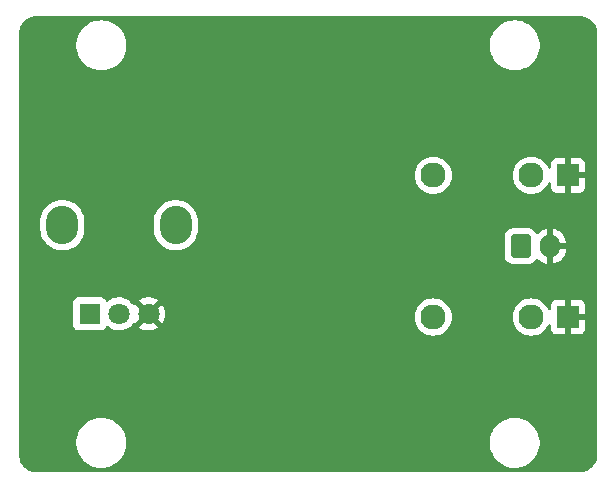
<source format=gbr>
%TF.GenerationSoftware,KiCad,Pcbnew,(6.0.8)*%
%TF.CreationDate,2022-10-28T15:06:34+02:00*%
%TF.ProjectId,eurorack_nvlp_1u,6575726f-7261-4636-9b5f-6e766c705f31,rev?*%
%TF.SameCoordinates,Original*%
%TF.FileFunction,Copper,L2,Bot*%
%TF.FilePolarity,Positive*%
%FSLAX46Y46*%
G04 Gerber Fmt 4.6, Leading zero omitted, Abs format (unit mm)*
G04 Created by KiCad (PCBNEW (6.0.8)) date 2022-10-28 15:06:34*
%MOMM*%
%LPD*%
G01*
G04 APERTURE LIST*
G04 Aperture macros list*
%AMRoundRect*
0 Rectangle with rounded corners*
0 $1 Rounding radius*
0 $2 $3 $4 $5 $6 $7 $8 $9 X,Y pos of 4 corners*
0 Add a 4 corners polygon primitive as box body*
4,1,4,$2,$3,$4,$5,$6,$7,$8,$9,$2,$3,0*
0 Add four circle primitives for the rounded corners*
1,1,$1+$1,$2,$3*
1,1,$1+$1,$4,$5*
1,1,$1+$1,$6,$7*
1,1,$1+$1,$8,$9*
0 Add four rect primitives between the rounded corners*
20,1,$1+$1,$2,$3,$4,$5,0*
20,1,$1+$1,$4,$5,$6,$7,0*
20,1,$1+$1,$6,$7,$8,$9,0*
20,1,$1+$1,$8,$9,$2,$3,0*%
G04 Aperture macros list end*
%TA.AperFunction,ComponentPad*%
%ADD10R,1.830000X1.930000*%
%TD*%
%TA.AperFunction,ComponentPad*%
%ADD11C,2.130000*%
%TD*%
%TA.AperFunction,ComponentPad*%
%ADD12O,2.720000X3.240000*%
%TD*%
%TA.AperFunction,ComponentPad*%
%ADD13R,1.800000X1.800000*%
%TD*%
%TA.AperFunction,ComponentPad*%
%ADD14C,1.800000*%
%TD*%
%TA.AperFunction,ComponentPad*%
%ADD15RoundRect,0.250000X-0.600000X-0.750000X0.600000X-0.750000X0.600000X0.750000X-0.600000X0.750000X0*%
%TD*%
%TA.AperFunction,ComponentPad*%
%ADD16O,1.700000X2.000000*%
%TD*%
%TA.AperFunction,ViaPad*%
%ADD17C,0.700000*%
%TD*%
G04 APERTURE END LIST*
D10*
%TO.P,J101,S*%
%TO.N,GND*%
X72400000Y-39400000D03*
D11*
%TO.P,J101,T*%
%TO.N,Net-(J101-PadT)*%
X61000000Y-39400000D03*
%TO.P,J101,TN*%
%TO.N,unconnected-(J101-PadTN)*%
X69300000Y-39400000D03*
%TD*%
D10*
%TO.P,J102,S*%
%TO.N,GND*%
X72400000Y-51400000D03*
D11*
%TO.P,J102,T*%
%TO.N,Net-(J102-PadT)*%
X61000000Y-51400000D03*
%TO.P,J102,TN*%
%TO.N,unconnected-(J102-PadTN)*%
X69300000Y-51400000D03*
%TD*%
D12*
%TO.P,RV101,*%
%TO.N,*%
X39200000Y-43625000D03*
X29600000Y-43625000D03*
D13*
%TO.P,RV101,1,1*%
%TO.N,+3.3VA*%
X31900000Y-51125000D03*
D14*
%TO.P,RV101,2,2*%
%TO.N,/POT_ENV*%
X34400000Y-51125000D03*
%TO.P,RV101,3,3*%
%TO.N,GND*%
X36900000Y-51125000D03*
%TD*%
D15*
%TO.P,J103,1,Pin_1*%
%TO.N,Net-(J103-Pad1)*%
X68400000Y-45400000D03*
D16*
%TO.P,J103,2,Pin_2*%
%TO.N,GND*%
X70900000Y-45400000D03*
%TD*%
D17*
%TO.N,GND*%
X46500000Y-41200000D03*
X39400000Y-28400000D03*
X45400000Y-35900000D03*
X52400000Y-38900000D03*
X59900000Y-36800000D03*
X60900000Y-60900000D03*
X55600000Y-55600000D03*
X49400000Y-32400000D03*
X43300000Y-31500000D03*
X57400000Y-52900000D03*
X42400000Y-48900000D03*
X48552980Y-62853752D03*
X33600000Y-49300000D03*
X55400000Y-52900000D03*
X61900000Y-28900000D03*
X57900000Y-38400000D03*
X54000000Y-36000000D03*
X55800000Y-49200000D03*
X53400000Y-50900000D03*
X57900000Y-32400000D03*
X44600000Y-39500000D03*
X48400000Y-35900000D03*
X36100000Y-40400000D03*
X56400000Y-35400000D03*
X48400000Y-26900000D03*
X44600000Y-56900000D03*
X55600000Y-41100000D03*
X43900000Y-48900000D03*
X56200000Y-45600000D03*
X29400000Y-33400000D03*
X28269205Y-56363576D03*
X61300000Y-53400000D03*
X51900000Y-53300000D03*
X42600000Y-33700000D03*
X40200000Y-41300000D03*
X58800000Y-42800000D03*
X61100000Y-49300000D03*
X37500000Y-45400000D03*
X58800000Y-51900000D03*
X54100000Y-32100000D03*
X40600000Y-35400000D03*
X38900000Y-59400000D03*
%TD*%
%TA.AperFunction,Conductor*%
%TO.N,GND*%
G36*
X73370018Y-25910000D02*
G01*
X73384851Y-25912310D01*
X73384855Y-25912310D01*
X73393724Y-25913691D01*
X73408981Y-25911696D01*
X73434302Y-25910953D01*
X73603285Y-25923039D01*
X73621064Y-25925596D01*
X73811392Y-25966999D01*
X73828641Y-25972063D01*
X74011150Y-26040136D01*
X74027502Y-26047604D01*
X74198458Y-26140952D01*
X74213582Y-26150672D01*
X74369514Y-26267402D01*
X74383100Y-26279175D01*
X74520825Y-26416900D01*
X74532598Y-26430486D01*
X74649328Y-26586418D01*
X74659048Y-26601542D01*
X74752396Y-26772498D01*
X74759864Y-26788850D01*
X74827937Y-26971359D01*
X74833001Y-26988607D01*
X74874404Y-27178936D01*
X74876962Y-27196721D01*
X74888540Y-27358601D01*
X74887793Y-27376565D01*
X74887692Y-27384845D01*
X74886309Y-27393724D01*
X74887474Y-27402630D01*
X74890436Y-27425283D01*
X74891500Y-27441621D01*
X74891500Y-63000633D01*
X74890000Y-63020018D01*
X74887690Y-63034851D01*
X74887690Y-63034855D01*
X74886309Y-63043724D01*
X74888136Y-63057693D01*
X74888304Y-63058976D01*
X74889047Y-63084305D01*
X74876962Y-63253279D01*
X74874404Y-63271064D01*
X74872986Y-63277586D01*
X74833001Y-63461392D01*
X74827937Y-63478641D01*
X74759864Y-63661150D01*
X74752396Y-63677502D01*
X74659048Y-63848458D01*
X74649328Y-63863582D01*
X74532598Y-64019514D01*
X74520825Y-64033100D01*
X74383100Y-64170825D01*
X74369514Y-64182598D01*
X74213582Y-64299328D01*
X74198458Y-64309048D01*
X74027502Y-64402396D01*
X74011150Y-64409864D01*
X73828641Y-64477937D01*
X73811393Y-64483001D01*
X73621064Y-64524404D01*
X73603285Y-64526961D01*
X73441395Y-64538540D01*
X73423435Y-64537793D01*
X73415155Y-64537692D01*
X73406276Y-64536309D01*
X73374714Y-64540436D01*
X73358379Y-64541500D01*
X27449367Y-64541500D01*
X27429982Y-64540000D01*
X27415149Y-64537690D01*
X27415145Y-64537690D01*
X27406276Y-64536309D01*
X27391019Y-64538304D01*
X27365698Y-64539047D01*
X27196715Y-64526961D01*
X27178936Y-64524404D01*
X26988607Y-64483001D01*
X26971359Y-64477937D01*
X26788850Y-64409864D01*
X26772498Y-64402396D01*
X26601542Y-64309048D01*
X26586418Y-64299328D01*
X26430486Y-64182598D01*
X26416900Y-64170825D01*
X26279175Y-64033100D01*
X26267402Y-64019514D01*
X26150672Y-63863582D01*
X26140952Y-63848458D01*
X26047604Y-63677502D01*
X26040136Y-63661150D01*
X25972063Y-63478641D01*
X25966999Y-63461392D01*
X25927014Y-63277586D01*
X25925596Y-63271064D01*
X25923038Y-63253278D01*
X25911719Y-63095012D01*
X25912805Y-63072245D01*
X25912334Y-63072203D01*
X25912770Y-63067345D01*
X25913576Y-63062552D01*
X25913729Y-63050000D01*
X25909773Y-63022376D01*
X25908500Y-63004514D01*
X25908500Y-62182703D01*
X30790743Y-62182703D01*
X30828268Y-62467734D01*
X30904129Y-62745036D01*
X30905813Y-62748984D01*
X31014807Y-63004514D01*
X31016923Y-63009476D01*
X31164561Y-63256161D01*
X31344313Y-63480528D01*
X31552851Y-63678423D01*
X31786317Y-63846186D01*
X31790112Y-63848195D01*
X31790113Y-63848196D01*
X31811869Y-63859715D01*
X32040392Y-63980712D01*
X32310373Y-64079511D01*
X32591264Y-64140755D01*
X32619841Y-64143004D01*
X32814282Y-64158307D01*
X32814291Y-64158307D01*
X32816739Y-64158500D01*
X32972271Y-64158500D01*
X32974407Y-64158354D01*
X32974418Y-64158354D01*
X33182548Y-64144165D01*
X33182554Y-64144164D01*
X33186825Y-64143873D01*
X33191020Y-64143004D01*
X33191022Y-64143004D01*
X33327584Y-64114723D01*
X33468342Y-64085574D01*
X33739343Y-63989607D01*
X33994812Y-63857750D01*
X33998313Y-63855289D01*
X33998317Y-63855287D01*
X34112417Y-63775096D01*
X34230023Y-63692441D01*
X34440622Y-63496740D01*
X34622713Y-63274268D01*
X34772927Y-63029142D01*
X34888483Y-62765898D01*
X34967244Y-62489406D01*
X35007751Y-62204784D01*
X35007845Y-62186951D01*
X35007867Y-62182703D01*
X65790743Y-62182703D01*
X65828268Y-62467734D01*
X65904129Y-62745036D01*
X65905813Y-62748984D01*
X66014807Y-63004514D01*
X66016923Y-63009476D01*
X66164561Y-63256161D01*
X66344313Y-63480528D01*
X66552851Y-63678423D01*
X66786317Y-63846186D01*
X66790112Y-63848195D01*
X66790113Y-63848196D01*
X66811869Y-63859715D01*
X67040392Y-63980712D01*
X67310373Y-64079511D01*
X67591264Y-64140755D01*
X67619841Y-64143004D01*
X67814282Y-64158307D01*
X67814291Y-64158307D01*
X67816739Y-64158500D01*
X67972271Y-64158500D01*
X67974407Y-64158354D01*
X67974418Y-64158354D01*
X68182548Y-64144165D01*
X68182554Y-64144164D01*
X68186825Y-64143873D01*
X68191020Y-64143004D01*
X68191022Y-64143004D01*
X68327584Y-64114723D01*
X68468342Y-64085574D01*
X68739343Y-63989607D01*
X68994812Y-63857750D01*
X68998313Y-63855289D01*
X68998317Y-63855287D01*
X69112417Y-63775096D01*
X69230023Y-63692441D01*
X69440622Y-63496740D01*
X69622713Y-63274268D01*
X69772927Y-63029142D01*
X69888483Y-62765898D01*
X69967244Y-62489406D01*
X70007751Y-62204784D01*
X70007845Y-62186951D01*
X70009235Y-61921583D01*
X70009235Y-61921576D01*
X70009257Y-61917297D01*
X69971732Y-61632266D01*
X69895871Y-61354964D01*
X69783077Y-61090524D01*
X69635439Y-60843839D01*
X69455687Y-60619472D01*
X69247149Y-60421577D01*
X69013683Y-60253814D01*
X68991843Y-60242250D01*
X68968654Y-60229972D01*
X68759608Y-60119288D01*
X68489627Y-60020489D01*
X68208736Y-59959245D01*
X68177685Y-59956801D01*
X67985718Y-59941693D01*
X67985709Y-59941693D01*
X67983261Y-59941500D01*
X67827729Y-59941500D01*
X67825593Y-59941646D01*
X67825582Y-59941646D01*
X67617452Y-59955835D01*
X67617446Y-59955836D01*
X67613175Y-59956127D01*
X67608980Y-59956996D01*
X67608978Y-59956996D01*
X67472416Y-59985277D01*
X67331658Y-60014426D01*
X67060657Y-60110393D01*
X66805188Y-60242250D01*
X66801687Y-60244711D01*
X66801683Y-60244713D01*
X66791594Y-60251804D01*
X66569977Y-60407559D01*
X66359378Y-60603260D01*
X66177287Y-60825732D01*
X66027073Y-61070858D01*
X65911517Y-61334102D01*
X65832756Y-61610594D01*
X65792249Y-61895216D01*
X65792227Y-61899505D01*
X65792226Y-61899512D01*
X65790765Y-62178417D01*
X65790743Y-62182703D01*
X35007867Y-62182703D01*
X35009235Y-61921583D01*
X35009235Y-61921576D01*
X35009257Y-61917297D01*
X34971732Y-61632266D01*
X34895871Y-61354964D01*
X34783077Y-61090524D01*
X34635439Y-60843839D01*
X34455687Y-60619472D01*
X34247149Y-60421577D01*
X34013683Y-60253814D01*
X33991843Y-60242250D01*
X33968654Y-60229972D01*
X33759608Y-60119288D01*
X33489627Y-60020489D01*
X33208736Y-59959245D01*
X33177685Y-59956801D01*
X32985718Y-59941693D01*
X32985709Y-59941693D01*
X32983261Y-59941500D01*
X32827729Y-59941500D01*
X32825593Y-59941646D01*
X32825582Y-59941646D01*
X32617452Y-59955835D01*
X32617446Y-59955836D01*
X32613175Y-59956127D01*
X32608980Y-59956996D01*
X32608978Y-59956996D01*
X32472416Y-59985277D01*
X32331658Y-60014426D01*
X32060657Y-60110393D01*
X31805188Y-60242250D01*
X31801687Y-60244711D01*
X31801683Y-60244713D01*
X31791594Y-60251804D01*
X31569977Y-60407559D01*
X31359378Y-60603260D01*
X31177287Y-60825732D01*
X31027073Y-61070858D01*
X30911517Y-61334102D01*
X30832756Y-61610594D01*
X30792249Y-61895216D01*
X30792227Y-61899505D01*
X30792226Y-61899512D01*
X30790765Y-62178417D01*
X30790743Y-62182703D01*
X25908500Y-62182703D01*
X25908500Y-52073134D01*
X30491500Y-52073134D01*
X30498255Y-52135316D01*
X30549385Y-52271705D01*
X30636739Y-52388261D01*
X30753295Y-52475615D01*
X30889684Y-52526745D01*
X30951866Y-52533500D01*
X32848134Y-52533500D01*
X32910316Y-52526745D01*
X33046705Y-52475615D01*
X33163261Y-52388261D01*
X33250615Y-52271705D01*
X33265686Y-52231504D01*
X33308328Y-52174739D01*
X33374890Y-52150040D01*
X33444239Y-52165248D01*
X33464150Y-52178788D01*
X33589349Y-52282730D01*
X33789322Y-52399584D01*
X33794147Y-52401426D01*
X33794148Y-52401427D01*
X33833584Y-52416486D01*
X34005694Y-52482209D01*
X34010760Y-52483240D01*
X34010761Y-52483240D01*
X34063846Y-52494040D01*
X34232656Y-52528385D01*
X34362089Y-52533131D01*
X34458949Y-52536683D01*
X34458953Y-52536683D01*
X34464113Y-52536872D01*
X34469233Y-52536216D01*
X34469235Y-52536216D01*
X34543166Y-52526745D01*
X34693847Y-52507442D01*
X34698795Y-52505957D01*
X34698802Y-52505956D01*
X34910747Y-52442369D01*
X34915690Y-52440886D01*
X34997161Y-52400974D01*
X35119049Y-52341262D01*
X35119052Y-52341260D01*
X35123684Y-52338991D01*
X35197406Y-52286406D01*
X36103423Y-52286406D01*
X36108704Y-52293461D01*
X36285080Y-52396527D01*
X36294363Y-52400974D01*
X36501003Y-52479883D01*
X36510901Y-52482759D01*
X36727653Y-52526857D01*
X36737883Y-52528076D01*
X36958914Y-52536182D01*
X36969223Y-52535714D01*
X37188623Y-52507608D01*
X37198688Y-52505468D01*
X37410557Y-52441905D01*
X37420152Y-52438144D01*
X37618778Y-52340838D01*
X37627636Y-52335559D01*
X37685097Y-52294572D01*
X37693497Y-52283874D01*
X37686510Y-52270721D01*
X36912811Y-51497021D01*
X36898868Y-51489408D01*
X36897034Y-51489539D01*
X36890420Y-51493790D01*
X36110180Y-52274031D01*
X36103423Y-52286406D01*
X35197406Y-52286406D01*
X35312243Y-52204494D01*
X35476303Y-52041005D01*
X35550714Y-51937451D01*
X35606709Y-51893803D01*
X35677412Y-51887357D01*
X35737572Y-51917543D01*
X35740555Y-51920242D01*
X35749330Y-51916459D01*
X36527979Y-51137811D01*
X36534356Y-51126132D01*
X37264408Y-51126132D01*
X37264539Y-51127966D01*
X37268790Y-51134580D01*
X38046307Y-51912096D01*
X38058313Y-51918652D01*
X38070052Y-51909684D01*
X38108010Y-51856859D01*
X38113321Y-51848020D01*
X38211318Y-51649737D01*
X38215117Y-51640142D01*
X38279415Y-51428517D01*
X38281594Y-51418436D01*
X38284021Y-51400000D01*
X59421634Y-51400000D01*
X59441066Y-51646911D01*
X59442220Y-51651718D01*
X59442221Y-51651724D01*
X59447117Y-51672115D01*
X59498885Y-51887742D01*
X59500778Y-51892313D01*
X59500779Y-51892315D01*
X59574262Y-52069717D01*
X59593666Y-52116563D01*
X59723075Y-52327740D01*
X59820978Y-52442369D01*
X59877117Y-52508099D01*
X59883927Y-52516073D01*
X60072260Y-52676925D01*
X60283437Y-52806334D01*
X60288007Y-52808227D01*
X60288011Y-52808229D01*
X60507685Y-52899221D01*
X60512258Y-52901115D01*
X60597170Y-52921501D01*
X60748276Y-52957779D01*
X60748282Y-52957780D01*
X60753089Y-52958934D01*
X61000000Y-52978366D01*
X61246911Y-52958934D01*
X61251718Y-52957780D01*
X61251724Y-52957779D01*
X61402830Y-52921501D01*
X61487742Y-52901115D01*
X61492315Y-52899221D01*
X61711989Y-52808229D01*
X61711993Y-52808227D01*
X61716563Y-52806334D01*
X61927740Y-52676925D01*
X62116073Y-52516073D01*
X62122884Y-52508099D01*
X62179022Y-52442369D01*
X62276925Y-52327740D01*
X62406334Y-52116563D01*
X62425739Y-52069717D01*
X62499221Y-51892315D01*
X62499222Y-51892313D01*
X62501115Y-51887742D01*
X62552883Y-51672115D01*
X62557779Y-51651724D01*
X62557780Y-51651718D01*
X62558934Y-51646911D01*
X62578366Y-51400000D01*
X67721634Y-51400000D01*
X67741066Y-51646911D01*
X67742220Y-51651718D01*
X67742221Y-51651724D01*
X67747117Y-51672115D01*
X67798885Y-51887742D01*
X67800778Y-51892313D01*
X67800779Y-51892315D01*
X67874262Y-52069717D01*
X67893666Y-52116563D01*
X68023075Y-52327740D01*
X68120978Y-52442369D01*
X68177117Y-52508099D01*
X68183927Y-52516073D01*
X68372260Y-52676925D01*
X68583437Y-52806334D01*
X68588007Y-52808227D01*
X68588011Y-52808229D01*
X68807685Y-52899221D01*
X68812258Y-52901115D01*
X68897170Y-52921501D01*
X69048276Y-52957779D01*
X69048282Y-52957780D01*
X69053089Y-52958934D01*
X69300000Y-52978366D01*
X69546911Y-52958934D01*
X69551718Y-52957780D01*
X69551724Y-52957779D01*
X69702830Y-52921501D01*
X69787742Y-52901115D01*
X69792315Y-52899221D01*
X70011989Y-52808229D01*
X70011993Y-52808227D01*
X70016563Y-52806334D01*
X70227740Y-52676925D01*
X70416073Y-52516073D01*
X70422884Y-52508099D01*
X70479022Y-52442369D01*
X70576925Y-52327740D01*
X70706334Y-52116563D01*
X70734592Y-52048342D01*
X70779141Y-51993062D01*
X70846504Y-51970641D01*
X70915295Y-51988199D01*
X70963674Y-52040162D01*
X70977001Y-52096561D01*
X70977001Y-52409669D01*
X70977371Y-52416490D01*
X70982895Y-52467352D01*
X70986521Y-52482604D01*
X71031676Y-52603054D01*
X71040214Y-52618649D01*
X71116715Y-52720724D01*
X71129276Y-52733285D01*
X71231351Y-52809786D01*
X71246946Y-52818324D01*
X71367394Y-52863478D01*
X71382649Y-52867105D01*
X71433514Y-52872631D01*
X71440328Y-52873000D01*
X72127885Y-52873000D01*
X72143124Y-52868525D01*
X72144329Y-52867135D01*
X72146000Y-52859452D01*
X72146000Y-52854884D01*
X72654000Y-52854884D01*
X72658475Y-52870123D01*
X72659865Y-52871328D01*
X72667548Y-52872999D01*
X73359669Y-52872999D01*
X73366490Y-52872629D01*
X73417352Y-52867105D01*
X73432604Y-52863479D01*
X73553054Y-52818324D01*
X73568649Y-52809786D01*
X73670724Y-52733285D01*
X73683285Y-52720724D01*
X73759786Y-52618649D01*
X73768324Y-52603054D01*
X73813478Y-52482606D01*
X73817105Y-52467351D01*
X73822631Y-52416486D01*
X73823000Y-52409672D01*
X73823000Y-51672115D01*
X73818525Y-51656876D01*
X73817135Y-51655671D01*
X73809452Y-51654000D01*
X72672115Y-51654000D01*
X72656876Y-51658475D01*
X72655671Y-51659865D01*
X72654000Y-51667548D01*
X72654000Y-52854884D01*
X72146000Y-52854884D01*
X72146000Y-51127885D01*
X72654000Y-51127885D01*
X72658475Y-51143124D01*
X72659865Y-51144329D01*
X72667548Y-51146000D01*
X73804884Y-51146000D01*
X73820123Y-51141525D01*
X73821328Y-51140135D01*
X73822999Y-51132452D01*
X73822999Y-50390331D01*
X73822629Y-50383510D01*
X73817105Y-50332648D01*
X73813479Y-50317396D01*
X73768324Y-50196946D01*
X73759786Y-50181351D01*
X73683285Y-50079276D01*
X73670724Y-50066715D01*
X73568649Y-49990214D01*
X73553054Y-49981676D01*
X73432606Y-49936522D01*
X73417351Y-49932895D01*
X73366486Y-49927369D01*
X73359672Y-49927000D01*
X72672115Y-49927000D01*
X72656876Y-49931475D01*
X72655671Y-49932865D01*
X72654000Y-49940548D01*
X72654000Y-51127885D01*
X72146000Y-51127885D01*
X72146000Y-49945116D01*
X72141525Y-49929877D01*
X72140135Y-49928672D01*
X72132452Y-49927001D01*
X71440331Y-49927001D01*
X71433510Y-49927371D01*
X71382648Y-49932895D01*
X71367396Y-49936521D01*
X71246946Y-49981676D01*
X71231351Y-49990214D01*
X71129276Y-50066715D01*
X71116715Y-50079276D01*
X71040214Y-50181351D01*
X71031676Y-50196946D01*
X70986522Y-50317394D01*
X70982895Y-50332649D01*
X70977369Y-50383514D01*
X70977000Y-50390328D01*
X70977000Y-50703438D01*
X70956998Y-50771559D01*
X70903342Y-50818052D01*
X70833068Y-50828156D01*
X70768488Y-50798662D01*
X70734591Y-50751656D01*
X70708229Y-50688011D01*
X70708227Y-50688007D01*
X70706334Y-50683437D01*
X70576925Y-50472260D01*
X70416073Y-50283927D01*
X70227740Y-50123075D01*
X70016563Y-49993666D01*
X70011993Y-49991773D01*
X70011989Y-49991771D01*
X69792315Y-49900779D01*
X69792313Y-49900778D01*
X69787742Y-49898885D01*
X69662926Y-49868919D01*
X69551724Y-49842221D01*
X69551718Y-49842220D01*
X69546911Y-49841066D01*
X69300000Y-49821634D01*
X69053089Y-49841066D01*
X69048282Y-49842220D01*
X69048276Y-49842221D01*
X68937074Y-49868919D01*
X68812258Y-49898885D01*
X68807687Y-49900778D01*
X68807685Y-49900779D01*
X68588011Y-49991771D01*
X68588007Y-49991773D01*
X68583437Y-49993666D01*
X68372260Y-50123075D01*
X68183927Y-50283927D01*
X68023075Y-50472260D01*
X67893666Y-50683437D01*
X67891773Y-50688007D01*
X67891771Y-50688011D01*
X67804211Y-50899400D01*
X67798885Y-50912258D01*
X67797730Y-50917070D01*
X67742221Y-51148276D01*
X67742220Y-51148282D01*
X67741066Y-51153089D01*
X67721634Y-51400000D01*
X62578366Y-51400000D01*
X62558934Y-51153089D01*
X62557780Y-51148282D01*
X62557779Y-51148276D01*
X62502270Y-50917070D01*
X62501115Y-50912258D01*
X62495789Y-50899400D01*
X62408229Y-50688011D01*
X62408227Y-50688007D01*
X62406334Y-50683437D01*
X62276925Y-50472260D01*
X62116073Y-50283927D01*
X61927740Y-50123075D01*
X61716563Y-49993666D01*
X61711993Y-49991773D01*
X61711989Y-49991771D01*
X61492315Y-49900779D01*
X61492313Y-49900778D01*
X61487742Y-49898885D01*
X61362926Y-49868919D01*
X61251724Y-49842221D01*
X61251718Y-49842220D01*
X61246911Y-49841066D01*
X61000000Y-49821634D01*
X60753089Y-49841066D01*
X60748282Y-49842220D01*
X60748276Y-49842221D01*
X60637074Y-49868919D01*
X60512258Y-49898885D01*
X60507687Y-49900778D01*
X60507685Y-49900779D01*
X60288011Y-49991771D01*
X60288007Y-49991773D01*
X60283437Y-49993666D01*
X60072260Y-50123075D01*
X59883927Y-50283927D01*
X59723075Y-50472260D01*
X59593666Y-50683437D01*
X59591773Y-50688007D01*
X59591771Y-50688011D01*
X59504211Y-50899400D01*
X59498885Y-50912258D01*
X59497730Y-50917070D01*
X59442221Y-51148276D01*
X59442220Y-51148282D01*
X59441066Y-51153089D01*
X59421634Y-51400000D01*
X38284021Y-51400000D01*
X38310702Y-51197338D01*
X38311221Y-51190663D01*
X38312744Y-51128364D01*
X38312550Y-51121646D01*
X38294279Y-50899400D01*
X38292596Y-50889238D01*
X38238710Y-50674708D01*
X38235389Y-50664953D01*
X38147193Y-50462118D01*
X38142315Y-50453020D01*
X38069224Y-50340038D01*
X38058538Y-50330835D01*
X38048973Y-50335238D01*
X37272021Y-51112189D01*
X37264408Y-51126132D01*
X36534356Y-51126132D01*
X36535592Y-51123868D01*
X36535461Y-51122034D01*
X36531210Y-51115420D01*
X35753862Y-50338073D01*
X35742331Y-50331776D01*
X35732877Y-50339183D01*
X35666918Y-50365450D01*
X35597229Y-50351887D01*
X35549377Y-50308440D01*
X35522571Y-50267004D01*
X35519764Y-50262665D01*
X35363887Y-50091358D01*
X35359836Y-50088159D01*
X35359832Y-50088155D01*
X35204790Y-49965711D01*
X36105508Y-49965711D01*
X36112251Y-49978040D01*
X36887189Y-50752979D01*
X36901132Y-50760592D01*
X36902966Y-50760461D01*
X36909580Y-50756210D01*
X37688994Y-49976795D01*
X37696011Y-49963944D01*
X37688237Y-49953274D01*
X37685902Y-49951430D01*
X37677320Y-49945729D01*
X37483678Y-49838833D01*
X37474272Y-49834606D01*
X37265772Y-49760772D01*
X37255809Y-49758140D01*
X37038047Y-49719350D01*
X37027796Y-49718381D01*
X36806616Y-49715679D01*
X36796332Y-49716399D01*
X36577693Y-49749855D01*
X36567666Y-49752244D01*
X36357426Y-49820961D01*
X36347916Y-49824958D01*
X36151725Y-49927089D01*
X36143007Y-49932578D01*
X36113961Y-49954386D01*
X36105508Y-49965711D01*
X35204790Y-49965711D01*
X35186177Y-49951011D01*
X35186172Y-49951008D01*
X35182123Y-49947810D01*
X35177607Y-49945317D01*
X35177604Y-49945315D01*
X34983879Y-49838373D01*
X34983875Y-49838371D01*
X34979355Y-49835876D01*
X34974486Y-49834152D01*
X34974482Y-49834150D01*
X34765903Y-49760288D01*
X34765899Y-49760287D01*
X34761028Y-49758562D01*
X34755935Y-49757655D01*
X34755932Y-49757654D01*
X34538095Y-49718851D01*
X34538089Y-49718850D01*
X34533006Y-49717945D01*
X34460096Y-49717054D01*
X34306581Y-49715179D01*
X34306579Y-49715179D01*
X34301411Y-49715116D01*
X34072464Y-49750150D01*
X33852314Y-49822106D01*
X33847726Y-49824494D01*
X33847722Y-49824496D01*
X33707041Y-49897730D01*
X33646872Y-49929052D01*
X33642739Y-49932155D01*
X33642736Y-49932157D01*
X33461655Y-50068117D01*
X33460976Y-50067213D01*
X33401730Y-50095131D01*
X33331341Y-50085869D01*
X33277132Y-50040022D01*
X33264325Y-50014866D01*
X33253768Y-49986705D01*
X33253767Y-49986703D01*
X33250615Y-49978295D01*
X33163261Y-49861739D01*
X33046705Y-49774385D01*
X32910316Y-49723255D01*
X32848134Y-49716500D01*
X30951866Y-49716500D01*
X30889684Y-49723255D01*
X30753295Y-49774385D01*
X30636739Y-49861739D01*
X30549385Y-49978295D01*
X30498255Y-50114684D01*
X30491500Y-50176866D01*
X30491500Y-52073134D01*
X25908500Y-52073134D01*
X25908500Y-46200400D01*
X67041500Y-46200400D01*
X67052474Y-46306166D01*
X67108450Y-46473946D01*
X67201522Y-46624348D01*
X67326697Y-46749305D01*
X67332927Y-46753145D01*
X67332928Y-46753146D01*
X67470090Y-46837694D01*
X67477262Y-46842115D01*
X67520701Y-46856523D01*
X67638611Y-46895632D01*
X67638613Y-46895632D01*
X67645139Y-46897797D01*
X67651975Y-46898497D01*
X67651978Y-46898498D01*
X67695031Y-46902909D01*
X67749600Y-46908500D01*
X69050400Y-46908500D01*
X69053646Y-46908163D01*
X69053650Y-46908163D01*
X69149308Y-46898238D01*
X69149312Y-46898237D01*
X69156166Y-46897526D01*
X69162702Y-46895345D01*
X69162704Y-46895345D01*
X69294806Y-46851272D01*
X69323946Y-46841550D01*
X69474348Y-46748478D01*
X69599305Y-46623303D01*
X69689353Y-46477220D01*
X69742124Y-46429727D01*
X69812196Y-46418303D01*
X69877320Y-46446577D01*
X69887782Y-46456364D01*
X69993234Y-46566906D01*
X70001186Y-46573941D01*
X70177525Y-46705141D01*
X70186562Y-46710745D01*
X70382484Y-46810357D01*
X70392335Y-46814357D01*
X70602240Y-46879534D01*
X70612624Y-46881817D01*
X70628043Y-46883861D01*
X70642207Y-46881665D01*
X70646000Y-46868478D01*
X70646000Y-46866192D01*
X71154000Y-46866192D01*
X71157973Y-46879723D01*
X71168580Y-46881248D01*
X71286421Y-46856523D01*
X71296617Y-46853463D01*
X71501029Y-46772737D01*
X71510561Y-46768006D01*
X71698462Y-46653984D01*
X71707052Y-46647720D01*
X71873052Y-46503673D01*
X71880472Y-46496042D01*
X72019826Y-46326089D01*
X72025850Y-46317322D01*
X72134576Y-46126318D01*
X72139041Y-46116654D01*
X72214031Y-45910059D01*
X72216802Y-45899792D01*
X72256123Y-45682345D01*
X72257056Y-45674116D01*
X72257268Y-45669624D01*
X72253525Y-45656876D01*
X72252135Y-45655671D01*
X72244452Y-45654000D01*
X71172115Y-45654000D01*
X71156876Y-45658475D01*
X71155671Y-45659865D01*
X71154000Y-45667548D01*
X71154000Y-46866192D01*
X70646000Y-46866192D01*
X70646000Y-45127885D01*
X71154000Y-45127885D01*
X71158475Y-45143124D01*
X71159865Y-45144329D01*
X71167548Y-45146000D01*
X72235970Y-45146000D01*
X72250648Y-45141690D01*
X72252711Y-45129807D01*
X72243876Y-45025675D01*
X72242086Y-45015203D01*
X72186870Y-44802465D01*
X72183335Y-44792425D01*
X72093063Y-44592030D01*
X72087894Y-44582744D01*
X71965150Y-44400425D01*
X71958481Y-44392130D01*
X71806772Y-44233100D01*
X71798814Y-44226059D01*
X71622475Y-44094859D01*
X71613438Y-44089255D01*
X71417516Y-43989643D01*
X71407665Y-43985643D01*
X71197760Y-43920466D01*
X71187376Y-43918183D01*
X71171957Y-43916139D01*
X71157793Y-43918335D01*
X71154000Y-43931522D01*
X71154000Y-45127885D01*
X70646000Y-45127885D01*
X70646000Y-43933808D01*
X70642027Y-43920277D01*
X70631420Y-43918752D01*
X70513579Y-43943477D01*
X70503383Y-43946537D01*
X70298971Y-44027263D01*
X70289439Y-44031994D01*
X70101538Y-44146016D01*
X70092948Y-44152280D01*
X69926948Y-44296327D01*
X69919530Y-44303956D01*
X69893609Y-44335569D01*
X69834949Y-44375564D01*
X69763979Y-44377496D01*
X69703230Y-44340752D01*
X69689030Y-44321982D01*
X69602332Y-44181880D01*
X69598478Y-44175652D01*
X69473303Y-44050695D01*
X69442965Y-44031994D01*
X69328968Y-43961725D01*
X69328966Y-43961724D01*
X69322738Y-43957885D01*
X69203498Y-43918335D01*
X69161389Y-43904368D01*
X69161387Y-43904368D01*
X69154861Y-43902203D01*
X69148025Y-43901503D01*
X69148022Y-43901502D01*
X69104969Y-43897091D01*
X69050400Y-43891500D01*
X67749600Y-43891500D01*
X67746354Y-43891837D01*
X67746350Y-43891837D01*
X67650692Y-43901762D01*
X67650688Y-43901763D01*
X67643834Y-43902474D01*
X67637298Y-43904655D01*
X67637296Y-43904655D01*
X67505194Y-43948728D01*
X67476054Y-43958450D01*
X67325652Y-44051522D01*
X67200695Y-44176697D01*
X67196855Y-44182927D01*
X67196854Y-44182928D01*
X67126954Y-44296327D01*
X67107885Y-44327262D01*
X67052203Y-44495139D01*
X67041500Y-44599600D01*
X67041500Y-46200400D01*
X25908500Y-46200400D01*
X25908500Y-43953884D01*
X27731500Y-43953884D01*
X27731665Y-43956152D01*
X27731665Y-43956164D01*
X27738305Y-44047668D01*
X27746125Y-44155451D01*
X27747109Y-44159906D01*
X27747109Y-44159909D01*
X27795149Y-44377496D01*
X27804585Y-44420237D01*
X27900655Y-44673810D01*
X28032324Y-44910859D01*
X28196833Y-45126417D01*
X28200099Y-45129610D01*
X28200101Y-45129612D01*
X28212456Y-45141690D01*
X28390736Y-45315970D01*
X28609972Y-45475547D01*
X28849947Y-45601804D01*
X28854248Y-45603323D01*
X28854253Y-45603325D01*
X28987087Y-45650233D01*
X29105634Y-45692096D01*
X29203653Y-45711415D01*
X29367206Y-45743652D01*
X29367212Y-45743653D01*
X29371678Y-45744533D01*
X29376232Y-45744760D01*
X29376234Y-45744760D01*
X29637936Y-45757789D01*
X29637942Y-45757789D01*
X29642505Y-45758016D01*
X29912441Y-45732262D01*
X29916870Y-45731178D01*
X29916877Y-45731177D01*
X30076584Y-45692096D01*
X30175832Y-45667810D01*
X30195448Y-45659865D01*
X30422931Y-45567725D01*
X30422932Y-45567725D01*
X30427160Y-45566012D01*
X30661161Y-45428999D01*
X30872932Y-45259641D01*
X30996012Y-45127885D01*
X31054921Y-45064824D01*
X31054923Y-45064821D01*
X31058037Y-45061488D01*
X31212598Y-44838688D01*
X31294624Y-44673810D01*
X31331346Y-44599997D01*
X31331347Y-44599994D01*
X31333379Y-44595910D01*
X31417847Y-44338240D01*
X31445896Y-44176697D01*
X31463579Y-44074856D01*
X31463580Y-44074848D01*
X31464235Y-44071075D01*
X31465441Y-44046854D01*
X31468422Y-43986971D01*
X31468422Y-43986963D01*
X31468500Y-43985400D01*
X31468500Y-43953884D01*
X37331500Y-43953884D01*
X37331665Y-43956152D01*
X37331665Y-43956164D01*
X37338305Y-44047668D01*
X37346125Y-44155451D01*
X37347109Y-44159906D01*
X37347109Y-44159909D01*
X37395149Y-44377496D01*
X37404585Y-44420237D01*
X37500655Y-44673810D01*
X37632324Y-44910859D01*
X37796833Y-45126417D01*
X37800099Y-45129610D01*
X37800101Y-45129612D01*
X37812456Y-45141690D01*
X37990736Y-45315970D01*
X38209972Y-45475547D01*
X38449947Y-45601804D01*
X38454248Y-45603323D01*
X38454253Y-45603325D01*
X38587087Y-45650233D01*
X38705634Y-45692096D01*
X38803653Y-45711415D01*
X38967206Y-45743652D01*
X38967212Y-45743653D01*
X38971678Y-45744533D01*
X38976232Y-45744760D01*
X38976234Y-45744760D01*
X39237936Y-45757789D01*
X39237942Y-45757789D01*
X39242505Y-45758016D01*
X39512441Y-45732262D01*
X39516870Y-45731178D01*
X39516877Y-45731177D01*
X39676584Y-45692096D01*
X39775832Y-45667810D01*
X39795448Y-45659865D01*
X40022931Y-45567725D01*
X40022932Y-45567725D01*
X40027160Y-45566012D01*
X40261161Y-45428999D01*
X40472932Y-45259641D01*
X40596012Y-45127885D01*
X40654921Y-45064824D01*
X40654923Y-45064821D01*
X40658037Y-45061488D01*
X40812598Y-44838688D01*
X40894624Y-44673810D01*
X40931346Y-44599997D01*
X40931347Y-44599994D01*
X40933379Y-44595910D01*
X41017847Y-44338240D01*
X41045896Y-44176697D01*
X41063579Y-44074856D01*
X41063580Y-44074848D01*
X41064235Y-44071075D01*
X41065441Y-44046854D01*
X41068422Y-43986971D01*
X41068422Y-43986963D01*
X41068500Y-43985400D01*
X41068500Y-43296116D01*
X41066328Y-43266170D01*
X41054205Y-43099100D01*
X41053875Y-43094549D01*
X41052891Y-43090091D01*
X40996400Y-42834223D01*
X40996399Y-42834219D01*
X40995415Y-42829763D01*
X40899345Y-42576190D01*
X40767676Y-42339141D01*
X40603167Y-42123583D01*
X40409264Y-41934030D01*
X40190028Y-41774453D01*
X39950053Y-41648196D01*
X39945752Y-41646677D01*
X39945747Y-41646675D01*
X39767998Y-41583906D01*
X39694366Y-41557904D01*
X39596347Y-41538585D01*
X39432794Y-41506348D01*
X39432788Y-41506347D01*
X39428322Y-41505467D01*
X39423768Y-41505240D01*
X39423766Y-41505240D01*
X39162064Y-41492211D01*
X39162058Y-41492211D01*
X39157495Y-41491984D01*
X38887559Y-41517738D01*
X38883130Y-41518822D01*
X38883123Y-41518823D01*
X38753069Y-41550648D01*
X38624168Y-41582190D01*
X38619933Y-41583905D01*
X38619931Y-41583906D01*
X38377069Y-41682275D01*
X38372840Y-41683988D01*
X38138839Y-41821001D01*
X37927068Y-41990359D01*
X37923947Y-41993700D01*
X37799224Y-42127215D01*
X37741963Y-42188512D01*
X37587402Y-42411312D01*
X37585374Y-42415388D01*
X37585373Y-42415390D01*
X37503252Y-42580460D01*
X37466621Y-42654090D01*
X37382153Y-42911760D01*
X37335765Y-43178925D01*
X37331500Y-43264600D01*
X37331500Y-43953884D01*
X31468500Y-43953884D01*
X31468500Y-43296116D01*
X31466328Y-43266170D01*
X31454205Y-43099100D01*
X31453875Y-43094549D01*
X31452891Y-43090091D01*
X31396400Y-42834223D01*
X31396399Y-42834219D01*
X31395415Y-42829763D01*
X31299345Y-42576190D01*
X31167676Y-42339141D01*
X31003167Y-42123583D01*
X30809264Y-41934030D01*
X30590028Y-41774453D01*
X30350053Y-41648196D01*
X30345752Y-41646677D01*
X30345747Y-41646675D01*
X30167998Y-41583906D01*
X30094366Y-41557904D01*
X29996347Y-41538585D01*
X29832794Y-41506348D01*
X29832788Y-41506347D01*
X29828322Y-41505467D01*
X29823768Y-41505240D01*
X29823766Y-41505240D01*
X29562064Y-41492211D01*
X29562058Y-41492211D01*
X29557495Y-41491984D01*
X29287559Y-41517738D01*
X29283130Y-41518822D01*
X29283123Y-41518823D01*
X29153069Y-41550648D01*
X29024168Y-41582190D01*
X29019933Y-41583905D01*
X29019931Y-41583906D01*
X28777069Y-41682275D01*
X28772840Y-41683988D01*
X28538839Y-41821001D01*
X28327068Y-41990359D01*
X28323947Y-41993700D01*
X28199224Y-42127215D01*
X28141963Y-42188512D01*
X27987402Y-42411312D01*
X27985374Y-42415388D01*
X27985373Y-42415390D01*
X27903252Y-42580460D01*
X27866621Y-42654090D01*
X27782153Y-42911760D01*
X27735765Y-43178925D01*
X27731500Y-43264600D01*
X27731500Y-43953884D01*
X25908500Y-43953884D01*
X25908500Y-39400000D01*
X59421634Y-39400000D01*
X59441066Y-39646911D01*
X59442220Y-39651718D01*
X59442221Y-39651724D01*
X59447117Y-39672115D01*
X59498885Y-39887742D01*
X59500778Y-39892313D01*
X59500779Y-39892315D01*
X59562020Y-40040162D01*
X59593666Y-40116563D01*
X59723075Y-40327740D01*
X59883927Y-40516073D01*
X60072260Y-40676925D01*
X60283437Y-40806334D01*
X60288007Y-40808227D01*
X60288011Y-40808229D01*
X60507685Y-40899221D01*
X60512258Y-40901115D01*
X60597170Y-40921501D01*
X60748276Y-40957779D01*
X60748282Y-40957780D01*
X60753089Y-40958934D01*
X61000000Y-40978366D01*
X61246911Y-40958934D01*
X61251718Y-40957780D01*
X61251724Y-40957779D01*
X61402830Y-40921501D01*
X61487742Y-40901115D01*
X61492315Y-40899221D01*
X61711989Y-40808229D01*
X61711993Y-40808227D01*
X61716563Y-40806334D01*
X61927740Y-40676925D01*
X62116073Y-40516073D01*
X62276925Y-40327740D01*
X62406334Y-40116563D01*
X62437981Y-40040162D01*
X62499221Y-39892315D01*
X62499222Y-39892313D01*
X62501115Y-39887742D01*
X62552883Y-39672115D01*
X62557779Y-39651724D01*
X62557780Y-39651718D01*
X62558934Y-39646911D01*
X62578366Y-39400000D01*
X67721634Y-39400000D01*
X67741066Y-39646911D01*
X67742220Y-39651718D01*
X67742221Y-39651724D01*
X67747117Y-39672115D01*
X67798885Y-39887742D01*
X67800778Y-39892313D01*
X67800779Y-39892315D01*
X67862020Y-40040162D01*
X67893666Y-40116563D01*
X68023075Y-40327740D01*
X68183927Y-40516073D01*
X68372260Y-40676925D01*
X68583437Y-40806334D01*
X68588007Y-40808227D01*
X68588011Y-40808229D01*
X68807685Y-40899221D01*
X68812258Y-40901115D01*
X68897170Y-40921501D01*
X69048276Y-40957779D01*
X69048282Y-40957780D01*
X69053089Y-40958934D01*
X69300000Y-40978366D01*
X69546911Y-40958934D01*
X69551718Y-40957780D01*
X69551724Y-40957779D01*
X69702830Y-40921501D01*
X69787742Y-40901115D01*
X69792315Y-40899221D01*
X70011989Y-40808229D01*
X70011993Y-40808227D01*
X70016563Y-40806334D01*
X70227740Y-40676925D01*
X70416073Y-40516073D01*
X70576925Y-40327740D01*
X70706334Y-40116563D01*
X70734592Y-40048342D01*
X70779141Y-39993062D01*
X70846504Y-39970641D01*
X70915295Y-39988199D01*
X70963674Y-40040162D01*
X70977001Y-40096561D01*
X70977001Y-40409669D01*
X70977371Y-40416490D01*
X70982895Y-40467352D01*
X70986521Y-40482604D01*
X71031676Y-40603054D01*
X71040214Y-40618649D01*
X71116715Y-40720724D01*
X71129276Y-40733285D01*
X71231351Y-40809786D01*
X71246946Y-40818324D01*
X71367394Y-40863478D01*
X71382649Y-40867105D01*
X71433514Y-40872631D01*
X71440328Y-40873000D01*
X72127885Y-40873000D01*
X72143124Y-40868525D01*
X72144329Y-40867135D01*
X72146000Y-40859452D01*
X72146000Y-40854884D01*
X72654000Y-40854884D01*
X72658475Y-40870123D01*
X72659865Y-40871328D01*
X72667548Y-40872999D01*
X73359669Y-40872999D01*
X73366490Y-40872629D01*
X73417352Y-40867105D01*
X73432604Y-40863479D01*
X73553054Y-40818324D01*
X73568649Y-40809786D01*
X73670724Y-40733285D01*
X73683285Y-40720724D01*
X73759786Y-40618649D01*
X73768324Y-40603054D01*
X73813478Y-40482606D01*
X73817105Y-40467351D01*
X73822631Y-40416486D01*
X73823000Y-40409672D01*
X73823000Y-39672115D01*
X73818525Y-39656876D01*
X73817135Y-39655671D01*
X73809452Y-39654000D01*
X72672115Y-39654000D01*
X72656876Y-39658475D01*
X72655671Y-39659865D01*
X72654000Y-39667548D01*
X72654000Y-40854884D01*
X72146000Y-40854884D01*
X72146000Y-39127885D01*
X72654000Y-39127885D01*
X72658475Y-39143124D01*
X72659865Y-39144329D01*
X72667548Y-39146000D01*
X73804884Y-39146000D01*
X73820123Y-39141525D01*
X73821328Y-39140135D01*
X73822999Y-39132452D01*
X73822999Y-38390331D01*
X73822629Y-38383510D01*
X73817105Y-38332648D01*
X73813479Y-38317396D01*
X73768324Y-38196946D01*
X73759786Y-38181351D01*
X73683285Y-38079276D01*
X73670724Y-38066715D01*
X73568649Y-37990214D01*
X73553054Y-37981676D01*
X73432606Y-37936522D01*
X73417351Y-37932895D01*
X73366486Y-37927369D01*
X73359672Y-37927000D01*
X72672115Y-37927000D01*
X72656876Y-37931475D01*
X72655671Y-37932865D01*
X72654000Y-37940548D01*
X72654000Y-39127885D01*
X72146000Y-39127885D01*
X72146000Y-37945116D01*
X72141525Y-37929877D01*
X72140135Y-37928672D01*
X72132452Y-37927001D01*
X71440331Y-37927001D01*
X71433510Y-37927371D01*
X71382648Y-37932895D01*
X71367396Y-37936521D01*
X71246946Y-37981676D01*
X71231351Y-37990214D01*
X71129276Y-38066715D01*
X71116715Y-38079276D01*
X71040214Y-38181351D01*
X71031676Y-38196946D01*
X70986522Y-38317394D01*
X70982895Y-38332649D01*
X70977369Y-38383514D01*
X70977000Y-38390328D01*
X70977000Y-38703438D01*
X70956998Y-38771559D01*
X70903342Y-38818052D01*
X70833068Y-38828156D01*
X70768488Y-38798662D01*
X70734591Y-38751656D01*
X70708229Y-38688011D01*
X70708227Y-38688007D01*
X70706334Y-38683437D01*
X70576925Y-38472260D01*
X70416073Y-38283927D01*
X70227740Y-38123075D01*
X70016563Y-37993666D01*
X70011993Y-37991773D01*
X70011989Y-37991771D01*
X69792315Y-37900779D01*
X69792313Y-37900778D01*
X69787742Y-37898885D01*
X69702830Y-37878499D01*
X69551724Y-37842221D01*
X69551718Y-37842220D01*
X69546911Y-37841066D01*
X69300000Y-37821634D01*
X69053089Y-37841066D01*
X69048282Y-37842220D01*
X69048276Y-37842221D01*
X68897170Y-37878499D01*
X68812258Y-37898885D01*
X68807687Y-37900778D01*
X68807685Y-37900779D01*
X68588011Y-37991771D01*
X68588007Y-37991773D01*
X68583437Y-37993666D01*
X68372260Y-38123075D01*
X68183927Y-38283927D01*
X68023075Y-38472260D01*
X67893666Y-38683437D01*
X67891773Y-38688007D01*
X67891771Y-38688011D01*
X67833721Y-38828156D01*
X67798885Y-38912258D01*
X67797730Y-38917070D01*
X67742221Y-39148276D01*
X67742220Y-39148282D01*
X67741066Y-39153089D01*
X67721634Y-39400000D01*
X62578366Y-39400000D01*
X62558934Y-39153089D01*
X62557780Y-39148282D01*
X62557779Y-39148276D01*
X62502270Y-38917070D01*
X62501115Y-38912258D01*
X62466279Y-38828156D01*
X62408229Y-38688011D01*
X62408227Y-38688007D01*
X62406334Y-38683437D01*
X62276925Y-38472260D01*
X62116073Y-38283927D01*
X61927740Y-38123075D01*
X61716563Y-37993666D01*
X61711993Y-37991773D01*
X61711989Y-37991771D01*
X61492315Y-37900779D01*
X61492313Y-37900778D01*
X61487742Y-37898885D01*
X61402830Y-37878499D01*
X61251724Y-37842221D01*
X61251718Y-37842220D01*
X61246911Y-37841066D01*
X61000000Y-37821634D01*
X60753089Y-37841066D01*
X60748282Y-37842220D01*
X60748276Y-37842221D01*
X60597170Y-37878499D01*
X60512258Y-37898885D01*
X60507687Y-37900778D01*
X60507685Y-37900779D01*
X60288011Y-37991771D01*
X60288007Y-37991773D01*
X60283437Y-37993666D01*
X60072260Y-38123075D01*
X59883927Y-38283927D01*
X59723075Y-38472260D01*
X59593666Y-38683437D01*
X59591773Y-38688007D01*
X59591771Y-38688011D01*
X59533721Y-38828156D01*
X59498885Y-38912258D01*
X59497730Y-38917070D01*
X59442221Y-39148276D01*
X59442220Y-39148282D01*
X59441066Y-39153089D01*
X59421634Y-39400000D01*
X25908500Y-39400000D01*
X25908500Y-28532703D01*
X30790743Y-28532703D01*
X30828268Y-28817734D01*
X30904129Y-29095036D01*
X31016923Y-29359476D01*
X31164561Y-29606161D01*
X31344313Y-29830528D01*
X31552851Y-30028423D01*
X31786317Y-30196186D01*
X31790112Y-30198195D01*
X31790113Y-30198196D01*
X31811869Y-30209715D01*
X32040392Y-30330712D01*
X32310373Y-30429511D01*
X32591264Y-30490755D01*
X32619841Y-30493004D01*
X32814282Y-30508307D01*
X32814291Y-30508307D01*
X32816739Y-30508500D01*
X32972271Y-30508500D01*
X32974407Y-30508354D01*
X32974418Y-30508354D01*
X33182548Y-30494165D01*
X33182554Y-30494164D01*
X33186825Y-30493873D01*
X33191020Y-30493004D01*
X33191022Y-30493004D01*
X33327584Y-30464723D01*
X33468342Y-30435574D01*
X33739343Y-30339607D01*
X33994812Y-30207750D01*
X33998313Y-30205289D01*
X33998317Y-30205287D01*
X34112417Y-30125096D01*
X34230023Y-30042441D01*
X34440622Y-29846740D01*
X34622713Y-29624268D01*
X34772927Y-29379142D01*
X34888483Y-29115898D01*
X34967244Y-28839406D01*
X35007751Y-28554784D01*
X35007845Y-28536951D01*
X35007867Y-28532703D01*
X65790743Y-28532703D01*
X65828268Y-28817734D01*
X65904129Y-29095036D01*
X66016923Y-29359476D01*
X66164561Y-29606161D01*
X66344313Y-29830528D01*
X66552851Y-30028423D01*
X66786317Y-30196186D01*
X66790112Y-30198195D01*
X66790113Y-30198196D01*
X66811869Y-30209715D01*
X67040392Y-30330712D01*
X67310373Y-30429511D01*
X67591264Y-30490755D01*
X67619841Y-30493004D01*
X67814282Y-30508307D01*
X67814291Y-30508307D01*
X67816739Y-30508500D01*
X67972271Y-30508500D01*
X67974407Y-30508354D01*
X67974418Y-30508354D01*
X68182548Y-30494165D01*
X68182554Y-30494164D01*
X68186825Y-30493873D01*
X68191020Y-30493004D01*
X68191022Y-30493004D01*
X68327584Y-30464723D01*
X68468342Y-30435574D01*
X68739343Y-30339607D01*
X68994812Y-30207750D01*
X68998313Y-30205289D01*
X68998317Y-30205287D01*
X69112417Y-30125096D01*
X69230023Y-30042441D01*
X69440622Y-29846740D01*
X69622713Y-29624268D01*
X69772927Y-29379142D01*
X69888483Y-29115898D01*
X69967244Y-28839406D01*
X70007751Y-28554784D01*
X70007845Y-28536951D01*
X70009235Y-28271583D01*
X70009235Y-28271576D01*
X70009257Y-28267297D01*
X69971732Y-27982266D01*
X69895871Y-27704964D01*
X69783077Y-27440524D01*
X69635439Y-27193839D01*
X69455687Y-26969472D01*
X69247149Y-26771577D01*
X69013683Y-26603814D01*
X68991843Y-26592250D01*
X68968654Y-26579972D01*
X68759608Y-26469288D01*
X68489627Y-26370489D01*
X68208736Y-26309245D01*
X68177685Y-26306801D01*
X67985718Y-26291693D01*
X67985709Y-26291693D01*
X67983261Y-26291500D01*
X67827729Y-26291500D01*
X67825593Y-26291646D01*
X67825582Y-26291646D01*
X67617452Y-26305835D01*
X67617446Y-26305836D01*
X67613175Y-26306127D01*
X67608980Y-26306996D01*
X67608978Y-26306996D01*
X67472417Y-26335276D01*
X67331658Y-26364426D01*
X67060657Y-26460393D01*
X66805188Y-26592250D01*
X66801687Y-26594711D01*
X66801683Y-26594713D01*
X66791594Y-26601804D01*
X66569977Y-26757559D01*
X66359378Y-26953260D01*
X66177287Y-27175732D01*
X66027073Y-27420858D01*
X66025347Y-27424791D01*
X66025346Y-27424792D01*
X66021559Y-27433420D01*
X65911517Y-27684102D01*
X65832756Y-27960594D01*
X65792249Y-28245216D01*
X65792227Y-28249505D01*
X65792226Y-28249512D01*
X65790765Y-28528417D01*
X65790743Y-28532703D01*
X35007867Y-28532703D01*
X35009235Y-28271583D01*
X35009235Y-28271576D01*
X35009257Y-28267297D01*
X34971732Y-27982266D01*
X34895871Y-27704964D01*
X34783077Y-27440524D01*
X34635439Y-27193839D01*
X34455687Y-26969472D01*
X34247149Y-26771577D01*
X34013683Y-26603814D01*
X33991843Y-26592250D01*
X33968654Y-26579972D01*
X33759608Y-26469288D01*
X33489627Y-26370489D01*
X33208736Y-26309245D01*
X33177685Y-26306801D01*
X32985718Y-26291693D01*
X32985709Y-26291693D01*
X32983261Y-26291500D01*
X32827729Y-26291500D01*
X32825593Y-26291646D01*
X32825582Y-26291646D01*
X32617452Y-26305835D01*
X32617446Y-26305836D01*
X32613175Y-26306127D01*
X32608980Y-26306996D01*
X32608978Y-26306996D01*
X32472417Y-26335276D01*
X32331658Y-26364426D01*
X32060657Y-26460393D01*
X31805188Y-26592250D01*
X31801687Y-26594711D01*
X31801683Y-26594713D01*
X31791594Y-26601804D01*
X31569977Y-26757559D01*
X31359378Y-26953260D01*
X31177287Y-27175732D01*
X31027073Y-27420858D01*
X31025347Y-27424791D01*
X31025346Y-27424792D01*
X31021559Y-27433420D01*
X30911517Y-27684102D01*
X30832756Y-27960594D01*
X30792249Y-28245216D01*
X30792227Y-28249505D01*
X30792226Y-28249512D01*
X30790765Y-28528417D01*
X30790743Y-28532703D01*
X25908500Y-28532703D01*
X25908500Y-27453250D01*
X25910246Y-27432345D01*
X25912770Y-27417344D01*
X25912770Y-27417341D01*
X25913576Y-27412552D01*
X25913729Y-27400000D01*
X25913040Y-27395186D01*
X25913039Y-27395176D01*
X25912157Y-27389017D01*
X25911206Y-27362172D01*
X25923038Y-27196723D01*
X25925596Y-27178934D01*
X25966999Y-26988607D01*
X25972063Y-26971359D01*
X26040136Y-26788850D01*
X26047604Y-26772498D01*
X26140952Y-26601542D01*
X26150672Y-26586418D01*
X26267402Y-26430486D01*
X26279175Y-26416900D01*
X26416900Y-26279175D01*
X26430486Y-26267402D01*
X26586418Y-26150672D01*
X26601542Y-26140952D01*
X26772498Y-26047604D01*
X26788850Y-26040136D01*
X26971359Y-25972063D01*
X26988608Y-25966999D01*
X27178936Y-25925596D01*
X27196715Y-25923039D01*
X27358605Y-25911460D01*
X27376565Y-25912207D01*
X27384845Y-25912308D01*
X27393724Y-25913691D01*
X27425286Y-25909564D01*
X27441621Y-25908500D01*
X73350633Y-25908500D01*
X73370018Y-25910000D01*
G37*
%TD.AperFunction*%
%TD*%
M02*

</source>
